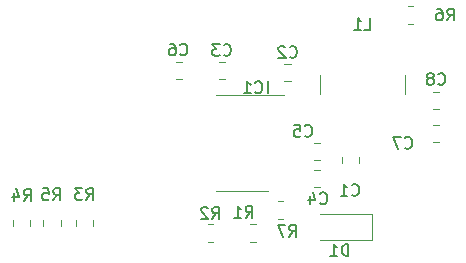
<source format=gbr>
%TF.GenerationSoftware,KiCad,Pcbnew,7.0.5.1-1-g8f565ef7f0-dirty-deb11*%
%TF.CreationDate,2023-06-30T19:54:40+00:00*%
%TF.ProjectId,DRV10987V01,44525631-3039-4383-9756-30312e6b6963,01A*%
%TF.SameCoordinates,Original*%
%TF.FileFunction,Legend,Bot*%
%TF.FilePolarity,Positive*%
%FSLAX46Y46*%
G04 Gerber Fmt 4.6, Leading zero omitted, Abs format (unit mm)*
G04 Created by KiCad (PCBNEW 7.0.5.1-1-g8f565ef7f0-dirty-deb11) date 2023-06-30 19:54:40*
%MOMM*%
%LPD*%
G01*
G04 APERTURE LIST*
%ADD10C,0.150000*%
%ADD11C,0.120000*%
G04 APERTURE END LIST*
D10*
%TO.C,C5*%
X38666666Y21687620D02*
X38714285Y21640000D01*
X38714285Y21640000D02*
X38857142Y21592381D01*
X38857142Y21592381D02*
X38952380Y21592381D01*
X38952380Y21592381D02*
X39095237Y21640000D01*
X39095237Y21640000D02*
X39190475Y21735239D01*
X39190475Y21735239D02*
X39238094Y21830477D01*
X39238094Y21830477D02*
X39285713Y22020953D01*
X39285713Y22020953D02*
X39285713Y22163810D01*
X39285713Y22163810D02*
X39238094Y22354286D01*
X39238094Y22354286D02*
X39190475Y22449524D01*
X39190475Y22449524D02*
X39095237Y22544762D01*
X39095237Y22544762D02*
X38952380Y22592381D01*
X38952380Y22592381D02*
X38857142Y22592381D01*
X38857142Y22592381D02*
X38714285Y22544762D01*
X38714285Y22544762D02*
X38666666Y22497143D01*
X37761904Y22592381D02*
X38238094Y22592381D01*
X38238094Y22592381D02*
X38285713Y22116191D01*
X38285713Y22116191D02*
X38238094Y22163810D01*
X38238094Y22163810D02*
X38142856Y22211429D01*
X38142856Y22211429D02*
X37904761Y22211429D01*
X37904761Y22211429D02*
X37809523Y22163810D01*
X37809523Y22163810D02*
X37761904Y22116191D01*
X37761904Y22116191D02*
X37714285Y22020953D01*
X37714285Y22020953D02*
X37714285Y21782858D01*
X37714285Y21782858D02*
X37761904Y21687620D01*
X37761904Y21687620D02*
X37809523Y21640000D01*
X37809523Y21640000D02*
X37904761Y21592381D01*
X37904761Y21592381D02*
X38142856Y21592381D01*
X38142856Y21592381D02*
X38238094Y21640000D01*
X38238094Y21640000D02*
X38285713Y21687620D01*
%TO.C,R7*%
X37352266Y13134181D02*
X37685599Y13610372D01*
X37923694Y13134181D02*
X37923694Y14134181D01*
X37923694Y14134181D02*
X37542742Y14134181D01*
X37542742Y14134181D02*
X37447504Y14086562D01*
X37447504Y14086562D02*
X37399885Y14038943D01*
X37399885Y14038943D02*
X37352266Y13943705D01*
X37352266Y13943705D02*
X37352266Y13800848D01*
X37352266Y13800848D02*
X37399885Y13705610D01*
X37399885Y13705610D02*
X37447504Y13657991D01*
X37447504Y13657991D02*
X37542742Y13610372D01*
X37542742Y13610372D02*
X37923694Y13610372D01*
X37018932Y14134181D02*
X36352266Y14134181D01*
X36352266Y14134181D02*
X36780837Y13134181D01*
%TO.C,C7*%
X47131266Y20671620D02*
X47178885Y20624000D01*
X47178885Y20624000D02*
X47321742Y20576381D01*
X47321742Y20576381D02*
X47416980Y20576381D01*
X47416980Y20576381D02*
X47559837Y20624000D01*
X47559837Y20624000D02*
X47655075Y20719239D01*
X47655075Y20719239D02*
X47702694Y20814477D01*
X47702694Y20814477D02*
X47750313Y21004953D01*
X47750313Y21004953D02*
X47750313Y21147810D01*
X47750313Y21147810D02*
X47702694Y21338286D01*
X47702694Y21338286D02*
X47655075Y21433524D01*
X47655075Y21433524D02*
X47559837Y21528762D01*
X47559837Y21528762D02*
X47416980Y21576381D01*
X47416980Y21576381D02*
X47321742Y21576381D01*
X47321742Y21576381D02*
X47178885Y21528762D01*
X47178885Y21528762D02*
X47131266Y21481143D01*
X46797932Y21576381D02*
X46131266Y21576381D01*
X46131266Y21576381D02*
X46559837Y20576381D01*
%TO.C,D1*%
X42343294Y11508581D02*
X42343294Y12508581D01*
X42343294Y12508581D02*
X42105199Y12508581D01*
X42105199Y12508581D02*
X41962342Y12460962D01*
X41962342Y12460962D02*
X41867104Y12365724D01*
X41867104Y12365724D02*
X41819485Y12270486D01*
X41819485Y12270486D02*
X41771866Y12080010D01*
X41771866Y12080010D02*
X41771866Y11937153D01*
X41771866Y11937153D02*
X41819485Y11746677D01*
X41819485Y11746677D02*
X41867104Y11651439D01*
X41867104Y11651439D02*
X41962342Y11556200D01*
X41962342Y11556200D02*
X42105199Y11508581D01*
X42105199Y11508581D02*
X42343294Y11508581D01*
X40819485Y11508581D02*
X41390913Y11508581D01*
X41105199Y11508581D02*
X41105199Y12508581D01*
X41105199Y12508581D02*
X41200437Y12365724D01*
X41200437Y12365724D02*
X41295675Y12270486D01*
X41295675Y12270486D02*
X41390913Y12222867D01*
%TO.C,C6*%
X28107466Y28565420D02*
X28155085Y28517800D01*
X28155085Y28517800D02*
X28297942Y28470181D01*
X28297942Y28470181D02*
X28393180Y28470181D01*
X28393180Y28470181D02*
X28536037Y28517800D01*
X28536037Y28517800D02*
X28631275Y28613039D01*
X28631275Y28613039D02*
X28678894Y28708277D01*
X28678894Y28708277D02*
X28726513Y28898753D01*
X28726513Y28898753D02*
X28726513Y29041610D01*
X28726513Y29041610D02*
X28678894Y29232086D01*
X28678894Y29232086D02*
X28631275Y29327324D01*
X28631275Y29327324D02*
X28536037Y29422562D01*
X28536037Y29422562D02*
X28393180Y29470181D01*
X28393180Y29470181D02*
X28297942Y29470181D01*
X28297942Y29470181D02*
X28155085Y29422562D01*
X28155085Y29422562D02*
X28107466Y29374943D01*
X27250323Y29470181D02*
X27440799Y29470181D01*
X27440799Y29470181D02*
X27536037Y29422562D01*
X27536037Y29422562D02*
X27583656Y29374943D01*
X27583656Y29374943D02*
X27678894Y29232086D01*
X27678894Y29232086D02*
X27726513Y29041610D01*
X27726513Y29041610D02*
X27726513Y28660658D01*
X27726513Y28660658D02*
X27678894Y28565420D01*
X27678894Y28565420D02*
X27631275Y28517800D01*
X27631275Y28517800D02*
X27536037Y28470181D01*
X27536037Y28470181D02*
X27345561Y28470181D01*
X27345561Y28470181D02*
X27250323Y28517800D01*
X27250323Y28517800D02*
X27202704Y28565420D01*
X27202704Y28565420D02*
X27155085Y28660658D01*
X27155085Y28660658D02*
X27155085Y28898753D01*
X27155085Y28898753D02*
X27202704Y28993991D01*
X27202704Y28993991D02*
X27250323Y29041610D01*
X27250323Y29041610D02*
X27345561Y29089229D01*
X27345561Y29089229D02*
X27536037Y29089229D01*
X27536037Y29089229D02*
X27631275Y29041610D01*
X27631275Y29041610D02*
X27678894Y28993991D01*
X27678894Y28993991D02*
X27726513Y28898753D01*
%TO.C,R5*%
X17366666Y16220181D02*
X17699999Y16696372D01*
X17938094Y16220181D02*
X17938094Y17220181D01*
X17938094Y17220181D02*
X17557142Y17220181D01*
X17557142Y17220181D02*
X17461904Y17172562D01*
X17461904Y17172562D02*
X17414285Y17124943D01*
X17414285Y17124943D02*
X17366666Y17029705D01*
X17366666Y17029705D02*
X17366666Y16886848D01*
X17366666Y16886848D02*
X17414285Y16791610D01*
X17414285Y16791610D02*
X17461904Y16743991D01*
X17461904Y16743991D02*
X17557142Y16696372D01*
X17557142Y16696372D02*
X17938094Y16696372D01*
X16461904Y17220181D02*
X16938094Y17220181D01*
X16938094Y17220181D02*
X16985713Y16743991D01*
X16985713Y16743991D02*
X16938094Y16791610D01*
X16938094Y16791610D02*
X16842856Y16839229D01*
X16842856Y16839229D02*
X16604761Y16839229D01*
X16604761Y16839229D02*
X16509523Y16791610D01*
X16509523Y16791610D02*
X16461904Y16743991D01*
X16461904Y16743991D02*
X16414285Y16648753D01*
X16414285Y16648753D02*
X16414285Y16410658D01*
X16414285Y16410658D02*
X16461904Y16315420D01*
X16461904Y16315420D02*
X16509523Y16267800D01*
X16509523Y16267800D02*
X16604761Y16220181D01*
X16604761Y16220181D02*
X16842856Y16220181D01*
X16842856Y16220181D02*
X16938094Y16267800D01*
X16938094Y16267800D02*
X16985713Y16315420D01*
%TO.C,R6*%
X50712666Y31447581D02*
X51045999Y31923772D01*
X51284094Y31447581D02*
X51284094Y32447581D01*
X51284094Y32447581D02*
X50903142Y32447581D01*
X50903142Y32447581D02*
X50807904Y32399962D01*
X50807904Y32399962D02*
X50760285Y32352343D01*
X50760285Y32352343D02*
X50712666Y32257105D01*
X50712666Y32257105D02*
X50712666Y32114248D01*
X50712666Y32114248D02*
X50760285Y32019010D01*
X50760285Y32019010D02*
X50807904Y31971391D01*
X50807904Y31971391D02*
X50903142Y31923772D01*
X50903142Y31923772D02*
X51284094Y31923772D01*
X49855523Y32447581D02*
X50045999Y32447581D01*
X50045999Y32447581D02*
X50141237Y32399962D01*
X50141237Y32399962D02*
X50188856Y32352343D01*
X50188856Y32352343D02*
X50284094Y32209486D01*
X50284094Y32209486D02*
X50331713Y32019010D01*
X50331713Y32019010D02*
X50331713Y31638058D01*
X50331713Y31638058D02*
X50284094Y31542820D01*
X50284094Y31542820D02*
X50236475Y31495200D01*
X50236475Y31495200D02*
X50141237Y31447581D01*
X50141237Y31447581D02*
X49950761Y31447581D01*
X49950761Y31447581D02*
X49855523Y31495200D01*
X49855523Y31495200D02*
X49807904Y31542820D01*
X49807904Y31542820D02*
X49760285Y31638058D01*
X49760285Y31638058D02*
X49760285Y31876153D01*
X49760285Y31876153D02*
X49807904Y31971391D01*
X49807904Y31971391D02*
X49855523Y32019010D01*
X49855523Y32019010D02*
X49950761Y32066629D01*
X49950761Y32066629D02*
X50141237Y32066629D01*
X50141237Y32066629D02*
X50236475Y32019010D01*
X50236475Y32019010D02*
X50284094Y31971391D01*
X50284094Y31971391D02*
X50331713Y31876153D01*
%TO.C,R2*%
X30829166Y14645181D02*
X31162499Y15121372D01*
X31400594Y14645181D02*
X31400594Y15645181D01*
X31400594Y15645181D02*
X31019642Y15645181D01*
X31019642Y15645181D02*
X30924404Y15597562D01*
X30924404Y15597562D02*
X30876785Y15549943D01*
X30876785Y15549943D02*
X30829166Y15454705D01*
X30829166Y15454705D02*
X30829166Y15311848D01*
X30829166Y15311848D02*
X30876785Y15216610D01*
X30876785Y15216610D02*
X30924404Y15168991D01*
X30924404Y15168991D02*
X31019642Y15121372D01*
X31019642Y15121372D02*
X31400594Y15121372D01*
X30448213Y15549943D02*
X30400594Y15597562D01*
X30400594Y15597562D02*
X30305356Y15645181D01*
X30305356Y15645181D02*
X30067261Y15645181D01*
X30067261Y15645181D02*
X29972023Y15597562D01*
X29972023Y15597562D02*
X29924404Y15549943D01*
X29924404Y15549943D02*
X29876785Y15454705D01*
X29876785Y15454705D02*
X29876785Y15359467D01*
X29876785Y15359467D02*
X29924404Y15216610D01*
X29924404Y15216610D02*
X30495832Y14645181D01*
X30495832Y14645181D02*
X29876785Y14645181D01*
%TO.C,R3*%
X20166666Y16245181D02*
X20499999Y16721372D01*
X20738094Y16245181D02*
X20738094Y17245181D01*
X20738094Y17245181D02*
X20357142Y17245181D01*
X20357142Y17245181D02*
X20261904Y17197562D01*
X20261904Y17197562D02*
X20214285Y17149943D01*
X20214285Y17149943D02*
X20166666Y17054705D01*
X20166666Y17054705D02*
X20166666Y16911848D01*
X20166666Y16911848D02*
X20214285Y16816610D01*
X20214285Y16816610D02*
X20261904Y16768991D01*
X20261904Y16768991D02*
X20357142Y16721372D01*
X20357142Y16721372D02*
X20738094Y16721372D01*
X19833332Y17245181D02*
X19214285Y17245181D01*
X19214285Y17245181D02*
X19547618Y16864229D01*
X19547618Y16864229D02*
X19404761Y16864229D01*
X19404761Y16864229D02*
X19309523Y16816610D01*
X19309523Y16816610D02*
X19261904Y16768991D01*
X19261904Y16768991D02*
X19214285Y16673753D01*
X19214285Y16673753D02*
X19214285Y16435658D01*
X19214285Y16435658D02*
X19261904Y16340420D01*
X19261904Y16340420D02*
X19309523Y16292800D01*
X19309523Y16292800D02*
X19404761Y16245181D01*
X19404761Y16245181D02*
X19690475Y16245181D01*
X19690475Y16245181D02*
X19785713Y16292800D01*
X19785713Y16292800D02*
X19833332Y16340420D01*
%TO.C,C1*%
X42635466Y16683820D02*
X42683085Y16636200D01*
X42683085Y16636200D02*
X42825942Y16588581D01*
X42825942Y16588581D02*
X42921180Y16588581D01*
X42921180Y16588581D02*
X43064037Y16636200D01*
X43064037Y16636200D02*
X43159275Y16731439D01*
X43159275Y16731439D02*
X43206894Y16826677D01*
X43206894Y16826677D02*
X43254513Y17017153D01*
X43254513Y17017153D02*
X43254513Y17160010D01*
X43254513Y17160010D02*
X43206894Y17350486D01*
X43206894Y17350486D02*
X43159275Y17445724D01*
X43159275Y17445724D02*
X43064037Y17540962D01*
X43064037Y17540962D02*
X42921180Y17588581D01*
X42921180Y17588581D02*
X42825942Y17588581D01*
X42825942Y17588581D02*
X42683085Y17540962D01*
X42683085Y17540962D02*
X42635466Y17493343D01*
X41683085Y16588581D02*
X42254513Y16588581D01*
X41968799Y16588581D02*
X41968799Y17588581D01*
X41968799Y17588581D02*
X42064037Y17445724D01*
X42064037Y17445724D02*
X42159275Y17350486D01*
X42159275Y17350486D02*
X42254513Y17302867D01*
%TO.C,C4*%
X39943066Y15972620D02*
X39990685Y15925000D01*
X39990685Y15925000D02*
X40133542Y15877381D01*
X40133542Y15877381D02*
X40228780Y15877381D01*
X40228780Y15877381D02*
X40371637Y15925000D01*
X40371637Y15925000D02*
X40466875Y16020239D01*
X40466875Y16020239D02*
X40514494Y16115477D01*
X40514494Y16115477D02*
X40562113Y16305953D01*
X40562113Y16305953D02*
X40562113Y16448810D01*
X40562113Y16448810D02*
X40514494Y16639286D01*
X40514494Y16639286D02*
X40466875Y16734524D01*
X40466875Y16734524D02*
X40371637Y16829762D01*
X40371637Y16829762D02*
X40228780Y16877381D01*
X40228780Y16877381D02*
X40133542Y16877381D01*
X40133542Y16877381D02*
X39990685Y16829762D01*
X39990685Y16829762D02*
X39943066Y16782143D01*
X39085923Y16544048D02*
X39085923Y15877381D01*
X39324018Y16925000D02*
X39562113Y16210715D01*
X39562113Y16210715D02*
X38943066Y16210715D01*
%TO.C,C8*%
X49950666Y26081820D02*
X49998285Y26034200D01*
X49998285Y26034200D02*
X50141142Y25986581D01*
X50141142Y25986581D02*
X50236380Y25986581D01*
X50236380Y25986581D02*
X50379237Y26034200D01*
X50379237Y26034200D02*
X50474475Y26129439D01*
X50474475Y26129439D02*
X50522094Y26224677D01*
X50522094Y26224677D02*
X50569713Y26415153D01*
X50569713Y26415153D02*
X50569713Y26558010D01*
X50569713Y26558010D02*
X50522094Y26748486D01*
X50522094Y26748486D02*
X50474475Y26843724D01*
X50474475Y26843724D02*
X50379237Y26938962D01*
X50379237Y26938962D02*
X50236380Y26986581D01*
X50236380Y26986581D02*
X50141142Y26986581D01*
X50141142Y26986581D02*
X49998285Y26938962D01*
X49998285Y26938962D02*
X49950666Y26891343D01*
X49379237Y26558010D02*
X49474475Y26605629D01*
X49474475Y26605629D02*
X49522094Y26653248D01*
X49522094Y26653248D02*
X49569713Y26748486D01*
X49569713Y26748486D02*
X49569713Y26796105D01*
X49569713Y26796105D02*
X49522094Y26891343D01*
X49522094Y26891343D02*
X49474475Y26938962D01*
X49474475Y26938962D02*
X49379237Y26986581D01*
X49379237Y26986581D02*
X49188761Y26986581D01*
X49188761Y26986581D02*
X49093523Y26938962D01*
X49093523Y26938962D02*
X49045904Y26891343D01*
X49045904Y26891343D02*
X48998285Y26796105D01*
X48998285Y26796105D02*
X48998285Y26748486D01*
X48998285Y26748486D02*
X49045904Y26653248D01*
X49045904Y26653248D02*
X49093523Y26605629D01*
X49093523Y26605629D02*
X49188761Y26558010D01*
X49188761Y26558010D02*
X49379237Y26558010D01*
X49379237Y26558010D02*
X49474475Y26510391D01*
X49474475Y26510391D02*
X49522094Y26462772D01*
X49522094Y26462772D02*
X49569713Y26367534D01*
X49569713Y26367534D02*
X49569713Y26177058D01*
X49569713Y26177058D02*
X49522094Y26081820D01*
X49522094Y26081820D02*
X49474475Y26034200D01*
X49474475Y26034200D02*
X49379237Y25986581D01*
X49379237Y25986581D02*
X49188761Y25986581D01*
X49188761Y25986581D02*
X49093523Y26034200D01*
X49093523Y26034200D02*
X49045904Y26081820D01*
X49045904Y26081820D02*
X48998285Y26177058D01*
X48998285Y26177058D02*
X48998285Y26367534D01*
X48998285Y26367534D02*
X49045904Y26462772D01*
X49045904Y26462772D02*
X49093523Y26510391D01*
X49093523Y26510391D02*
X49188761Y26558010D01*
%TO.C,L1*%
X43691666Y30670181D02*
X44167856Y30670181D01*
X44167856Y30670181D02*
X44167856Y31670181D01*
X42834523Y30670181D02*
X43405951Y30670181D01*
X43120237Y30670181D02*
X43120237Y31670181D01*
X43120237Y31670181D02*
X43215475Y31527324D01*
X43215475Y31527324D02*
X43310713Y31432086D01*
X43310713Y31432086D02*
X43405951Y31384467D01*
%TO.C,C3*%
X31786666Y28535420D02*
X31834285Y28487800D01*
X31834285Y28487800D02*
X31977142Y28440181D01*
X31977142Y28440181D02*
X32072380Y28440181D01*
X32072380Y28440181D02*
X32215237Y28487800D01*
X32215237Y28487800D02*
X32310475Y28583039D01*
X32310475Y28583039D02*
X32358094Y28678277D01*
X32358094Y28678277D02*
X32405713Y28868753D01*
X32405713Y28868753D02*
X32405713Y29011610D01*
X32405713Y29011610D02*
X32358094Y29202086D01*
X32358094Y29202086D02*
X32310475Y29297324D01*
X32310475Y29297324D02*
X32215237Y29392562D01*
X32215237Y29392562D02*
X32072380Y29440181D01*
X32072380Y29440181D02*
X31977142Y29440181D01*
X31977142Y29440181D02*
X31834285Y29392562D01*
X31834285Y29392562D02*
X31786666Y29344943D01*
X31453332Y29440181D02*
X30834285Y29440181D01*
X30834285Y29440181D02*
X31167618Y29059229D01*
X31167618Y29059229D02*
X31024761Y29059229D01*
X31024761Y29059229D02*
X30929523Y29011610D01*
X30929523Y29011610D02*
X30881904Y28963991D01*
X30881904Y28963991D02*
X30834285Y28868753D01*
X30834285Y28868753D02*
X30834285Y28630658D01*
X30834285Y28630658D02*
X30881904Y28535420D01*
X30881904Y28535420D02*
X30929523Y28487800D01*
X30929523Y28487800D02*
X31024761Y28440181D01*
X31024761Y28440181D02*
X31310475Y28440181D01*
X31310475Y28440181D02*
X31405713Y28487800D01*
X31405713Y28487800D02*
X31453332Y28535420D01*
%TO.C,IC1*%
X35501189Y25270181D02*
X35501189Y26270181D01*
X34453571Y25365420D02*
X34501190Y25317800D01*
X34501190Y25317800D02*
X34644047Y25270181D01*
X34644047Y25270181D02*
X34739285Y25270181D01*
X34739285Y25270181D02*
X34882142Y25317800D01*
X34882142Y25317800D02*
X34977380Y25413039D01*
X34977380Y25413039D02*
X35024999Y25508277D01*
X35024999Y25508277D02*
X35072618Y25698753D01*
X35072618Y25698753D02*
X35072618Y25841610D01*
X35072618Y25841610D02*
X35024999Y26032086D01*
X35024999Y26032086D02*
X34977380Y26127324D01*
X34977380Y26127324D02*
X34882142Y26222562D01*
X34882142Y26222562D02*
X34739285Y26270181D01*
X34739285Y26270181D02*
X34644047Y26270181D01*
X34644047Y26270181D02*
X34501190Y26222562D01*
X34501190Y26222562D02*
X34453571Y26174943D01*
X33501190Y25270181D02*
X34072618Y25270181D01*
X33786904Y25270181D02*
X33786904Y26270181D01*
X33786904Y26270181D02*
X33882142Y26127324D01*
X33882142Y26127324D02*
X33977380Y26032086D01*
X33977380Y26032086D02*
X34072618Y25984467D01*
%TO.C,R4*%
X14866666Y16170181D02*
X15199999Y16646372D01*
X15438094Y16170181D02*
X15438094Y17170181D01*
X15438094Y17170181D02*
X15057142Y17170181D01*
X15057142Y17170181D02*
X14961904Y17122562D01*
X14961904Y17122562D02*
X14914285Y17074943D01*
X14914285Y17074943D02*
X14866666Y16979705D01*
X14866666Y16979705D02*
X14866666Y16836848D01*
X14866666Y16836848D02*
X14914285Y16741610D01*
X14914285Y16741610D02*
X14961904Y16693991D01*
X14961904Y16693991D02*
X15057142Y16646372D01*
X15057142Y16646372D02*
X15438094Y16646372D01*
X14009523Y16836848D02*
X14009523Y16170181D01*
X14247618Y17217800D02*
X14485713Y16503515D01*
X14485713Y16503515D02*
X13866666Y16503515D01*
%TO.C,R1*%
X33643866Y14734381D02*
X33977199Y15210572D01*
X34215294Y14734381D02*
X34215294Y15734381D01*
X34215294Y15734381D02*
X33834342Y15734381D01*
X33834342Y15734381D02*
X33739104Y15686762D01*
X33739104Y15686762D02*
X33691485Y15639143D01*
X33691485Y15639143D02*
X33643866Y15543905D01*
X33643866Y15543905D02*
X33643866Y15401048D01*
X33643866Y15401048D02*
X33691485Y15305810D01*
X33691485Y15305810D02*
X33739104Y15258191D01*
X33739104Y15258191D02*
X33834342Y15210572D01*
X33834342Y15210572D02*
X34215294Y15210572D01*
X32691485Y14734381D02*
X33262913Y14734381D01*
X32977199Y14734381D02*
X32977199Y15734381D01*
X32977199Y15734381D02*
X33072437Y15591524D01*
X33072437Y15591524D02*
X33167675Y15496286D01*
X33167675Y15496286D02*
X33262913Y15448667D01*
%TO.C,C2*%
X37366666Y28370420D02*
X37414285Y28322800D01*
X37414285Y28322800D02*
X37557142Y28275181D01*
X37557142Y28275181D02*
X37652380Y28275181D01*
X37652380Y28275181D02*
X37795237Y28322800D01*
X37795237Y28322800D02*
X37890475Y28418039D01*
X37890475Y28418039D02*
X37938094Y28513277D01*
X37938094Y28513277D02*
X37985713Y28703753D01*
X37985713Y28703753D02*
X37985713Y28846610D01*
X37985713Y28846610D02*
X37938094Y29037086D01*
X37938094Y29037086D02*
X37890475Y29132324D01*
X37890475Y29132324D02*
X37795237Y29227562D01*
X37795237Y29227562D02*
X37652380Y29275181D01*
X37652380Y29275181D02*
X37557142Y29275181D01*
X37557142Y29275181D02*
X37414285Y29227562D01*
X37414285Y29227562D02*
X37366666Y29179943D01*
X36985713Y29179943D02*
X36938094Y29227562D01*
X36938094Y29227562D02*
X36842856Y29275181D01*
X36842856Y29275181D02*
X36604761Y29275181D01*
X36604761Y29275181D02*
X36509523Y29227562D01*
X36509523Y29227562D02*
X36461904Y29179943D01*
X36461904Y29179943D02*
X36414285Y29084705D01*
X36414285Y29084705D02*
X36414285Y28989467D01*
X36414285Y28989467D02*
X36461904Y28846610D01*
X36461904Y28846610D02*
X37033332Y28275181D01*
X37033332Y28275181D02*
X36414285Y28275181D01*
D11*
%TO.C,C5*%
X39981252Y19625000D02*
X39458748Y19625000D01*
X39981252Y21095000D02*
X39458748Y21095000D01*
%TO.C,R7*%
X36360436Y16135000D02*
X36814564Y16135000D01*
X36360436Y14665000D02*
X36814564Y14665000D01*
%TO.C,C7*%
X49471948Y22579000D02*
X49994452Y22579000D01*
X49471948Y21109000D02*
X49994452Y21109000D01*
%TO.C,D1*%
X44316000Y12860000D02*
X39906000Y12860000D01*
X44316000Y15080000D02*
X44316000Y12860000D01*
X39906000Y15080000D02*
X44316000Y15080000D01*
%TO.C,C6*%
X27729548Y27935000D02*
X28252052Y27935000D01*
X27729548Y26465000D02*
X28252052Y26465000D01*
%TO.C,R5*%
X17985000Y14514564D02*
X17985000Y14060436D01*
X16515000Y14514564D02*
X16515000Y14060436D01*
%TO.C,R6*%
X47385436Y32635000D02*
X47839564Y32635000D01*
X47385436Y31165000D02*
X47839564Y31165000D01*
%TO.C,R2*%
X30889564Y12715000D02*
X30435436Y12715000D01*
X30889564Y14185000D02*
X30435436Y14185000D01*
%TO.C,R3*%
X20760000Y14514564D02*
X20760000Y14060436D01*
X19290000Y14514564D02*
X19290000Y14060436D01*
%TO.C,C1*%
X41790000Y19388748D02*
X41790000Y19911252D01*
X43260000Y19388748D02*
X43260000Y19911252D01*
%TO.C,C4*%
X39981252Y17325000D02*
X39458748Y17325000D01*
X39981252Y18795000D02*
X39458748Y18795000D01*
%TO.C,C8*%
X49471948Y25373000D02*
X49994452Y25373000D01*
X49471948Y23903000D02*
X49994452Y23903000D01*
%TO.C,L1*%
X39915000Y25250000D02*
X39915000Y26850000D01*
X47135000Y25250000D02*
X47135000Y26850000D01*
%TO.C,C3*%
X31881252Y26480000D02*
X31358748Y26480000D01*
X31881252Y27950000D02*
X31358748Y27950000D01*
%TO.C,IC1*%
X33307500Y17025000D02*
X35507500Y17025000D01*
X33307500Y17025000D02*
X31107500Y17025000D01*
X33307500Y25095000D02*
X36907500Y25095000D01*
X33307500Y25095000D02*
X31107500Y25095000D01*
%TO.C,R4*%
X15410000Y14514564D02*
X15410000Y14060436D01*
X13940000Y14514564D02*
X13940000Y14060436D01*
%TO.C,R1*%
X34060436Y14185000D02*
X34514564Y14185000D01*
X34060436Y12715000D02*
X34514564Y12715000D01*
%TO.C,C2*%
X37461252Y26315000D02*
X36938748Y26315000D01*
X37461252Y27785000D02*
X36938748Y27785000D01*
%TD*%
M02*

</source>
